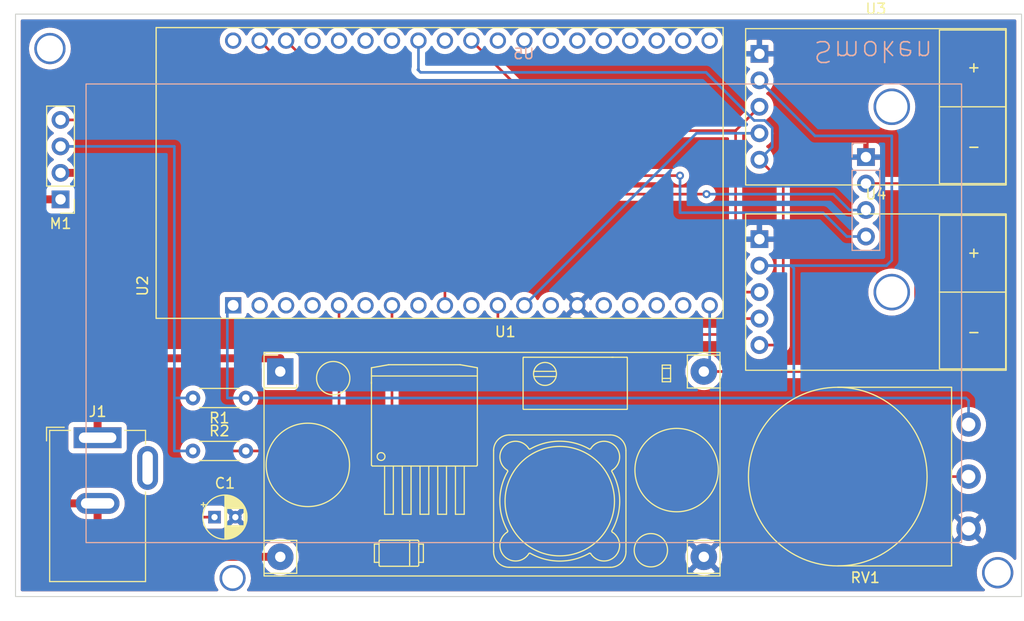
<source format=kicad_pcb>
(kicad_pcb (version 20211014) (generator pcbnew)
  (layers (0 "F.Cu" signal) (31 "B.Cu" signal) (34 "B.Paste" user) (35 "F.Paste" user) (36 "B.SilkS" user "B.Silkscreen") (37 "F.SilkS" user "F.Silkscreen") (38 "B.Mask" user) (39 "F.Mask" user) (44 "Edge.Cuts" user))
  (net 0 "")
  (net 1 "Net-(U2-Pad5)")
  (net 2 "GND")
  (net 3 "Net-(M1-Pad3)")
  (net 4 "Net-(U2-Pad9)")
  (net 5 "VCC")
  (net 6 "MAN")
  (net 13 "CS2")
  (net 14 "CS1")
  (net 25 "Net-(U2-Pad27)")
  (net 27 "Net-(U2-Pad29)")
  (net 37 "+5V")
  (net 38 "Net-(U2-Pad22)")
  (net 39 "Net-(U2-Pad21)")
  (net 40 "Net-(M1-Pad2)")
  (net 41 "Net-(M1-Pad1)")
  (footprint "ESP32-DEVKITC-32D:MODULE_ESP32-DEVKITC-32D" (layer "F.Cu") (at 118.11 46.99 90)
    (fp_text reference "U2" (at -10.829175 -28.446045 90) (layer "F.SilkS") (effects (font (size 1.000386 1.000386))))
    (fp_text value "ESP32-DEVKITC-32D")
    (fp_line (start 13.95 27.25) (end -13.95 27.25) (layer "F.SilkS") (width 0.127))
    (fp_line (start 13.95 -27.15) (end 13.95 27.25) (layer "F.SilkS") (width 0.127))
    (fp_line (start -13.95 27.25) (end -13.95 -27.15) (layer "F.SilkS") (width 0.127))
    (fp_line (start -13.95 -27.15) (end 13.95 -27.15) (layer "F.SilkS") (width 0.127))
    (pad "1" thru_hole rect locked (at -12.7 -19.76 90) (size 1.56 1.56) (drill 1.04) (layers *.Cu *.Mask) (net 5 "VCC"))
    (pad "2" thru_hole circle locked (at -12.7 -17.22 90) (size 1.56 1.56) (drill 1.04) (layers *.Cu *.Mask))
    (pad "3" thru_hole circle locked (at -12.7 -14.68 90) (size 1.56 1.56) (drill 1.04) (layers *.Cu *.Mask))
    (pad "4" thru_hole circle locked (at -12.7 -12.14 90) (size 1.56 1.56) (drill 1.04) (layers *.Cu *.Mask))
    (pad "5" thru_hole circle locked (at -12.7 -9.6 90) (size 1.56 1.56) (drill 1.04) (layers *.Cu *.Mask) (net 1 "Net-(U2-Pad5)"))
    (pad "6" thru_hole circle locked (at -12.7 -7.06 90) (size 1.56 1.56) (drill 1.04) (layers *.Cu *.Mask))
    (pad "7" thru_hole circle locked (at -12.7 -4.52 90) (size 1.56 1.56) (drill 1.04) (layers *.Cu *.Mask) (net 6 "MAN"))
    (pad "8" thru_hole circle locked (at -12.7 -1.98 90) (size 1.56 1.56) (drill 1.04) (layers *.Cu *.Mask))
    (pad "9" thru_hole circle locked (at -12.7 0.56 90) (size 1.56 1.56) (drill 1.04) (layers *.Cu *.Mask) (net 4 "Net-(U2-Pad9)"))
    (pad "10" thru_hole circle locked (at -12.7 3.1 90) (size 1.56 1.56) (drill 1.04) (layers *.Cu *.Mask))
    (pad "11" thru_hole circle locked (at -12.7 5.64 90) (size 1.56 1.56) (drill 1.04) (layers *.Cu *.Mask) (net 13 "CS2"))
    (pad "12" thru_hole circle locked (at -12.7 8.18 90) (size 1.56 1.56) (drill 1.04) (layers *.Cu *.Mask) (net 14 "CS1"))
    (pad "13" thru_hole circle locked (at -12.7 10.72 90) (size 1.56 1.56) (drill 1.04) (layers *.Cu *.Mask))
    (pad "14" thru_hole circle locked (at -12.7 13.26 90) (size 1.56 1.56) (drill 1.04) (layers *.Cu *.Mask) (net 2 "GND"))
    (pad "15" thru_hole circle locked (at -12.7 15.8 90) (size 1.56 1.56) (drill 1.04) (layers *.Cu *.Mask))
    (pad "16" thru_hole circle locked (at -12.7 18.34 90) (size 1.56 1.56) (drill 1.04) (layers *.Cu *.Mask))
    (pad "17" thru_hole circle locked (at -12.7 20.88 90) (size 1.56 1.56) (drill 1.04) (layers *.Cu *.Mask))
    (pad "18" thru_hole circle locked (at -12.7 23.42 90) (size 1.56 1.56) (drill 1.04) (layers *.Cu *.Mask))
    (pad "19" thru_hole circle locked (at -12.7 25.96 90) (size 1.56 1.56) (drill 1.04) (layers *.Cu *.Mask) (net 37 "+5V"))
    (pad "20" thru_hole circle locked (at 12.7 -19.76 90) (size 1.56 1.56) (drill 1.04) (layers *.Cu *.Mask))
    (pad "21" thru_hole circle locked (at 12.7 -17.22 90) (size 1.56 1.56) (drill 1.04) (layers *.Cu *.Mask) (net 39 "Net-(U2-Pad21)"))
    (pad "22" thru_hole circle locked (at 12.7 -14.68 90) (size 1.56 1.56) (drill 1.04) (layers *.Cu *.Mask) (net 38 "Net-(U2-Pad22)"))
    (pad "23" thru_hole circle locked (at 12.7 -12.14 90) (size 1.56 1.56) (drill 1.04) (layers *.Cu *.Mask))
    (pad "24" thru_hole circle locked (at 12.7 -9.6 90) (size 1.56 1.56) (drill 1.04) (layers *.Cu *.Mask))
    (pad "25" thru_hole circle locked (at 12.7 -7.06 90) (size 1.56 1.56) (drill 1.04) (layers *.Cu *.Mask))
    (pad "26" thru_hole circle locked (at 12.7 -4.52 90) (size 1.56 1.56) (drill 1.04) (layers *.Cu *.Mask))
    (pad "27" thru_hole circle locked (at 12.7 -1.98 90) (size 1.56 1.56) (drill 1.04) (layers *.Cu *.Mask) (net 25 "Net-(U2-Pad27)"))
    (pad "28" thru_hole circle locked (at 12.7 0.56 90) (size 1.56 1.56) (drill 1.04) (layers *.Cu *.Mask))
    (pad "29" thru_hole circle locked (at 12.7 3.1 90) (size 1.56 1.56) (drill 1.04) (layers *.Cu *.Mask) (net 27 "Net-(U2-Pad29)"))
    (pad "30" thru_hole circle locked (at 12.7 5.64 90) (size 1.56 1.56) (drill 1.04) (layers *.Cu *.Mask))
    (pad "31" thru_hole circle locked (at 12.7 8.18 90) (size 1.56 1.56) (drill 1.04) (layers *.Cu *.Mask))
    (pad "32" thru_hole circle locked (at 12.7 10.72 90) (size 1.56 1.56) (drill 1.04) (layers *.Cu *.Mask))
    (pad "33" thru_hole circle locked (at 12.7 13.26 90) (size 1.56 1.56) (drill 1.04) (layers *.Cu *.Mask))
    (pad "34" thru_hole circle locked (at 12.7 15.8 90) (size 1.56 1.56) (drill 1.04) (layers *.Cu *.Mask))
    (pad "35" thru_hole circle locked (at 12.7 18.34 90) (size 1.56 1.56) (drill 1.04) (layers *.Cu *.Mask))
    (pad "36" thru_hole circle locked (at 12.7 20.88 90) (size 1.56 1.56) (drill 1.04) (layers *.Cu *.Mask))
    (pad "37" thru_hole circle locked (at 12.7 23.42 90) (size 1.56 1.56) (drill 1.04) (layers *.Cu *.Mask))
    (pad "38" thru_hole circle locked (at 12.7 25.96 90) (size 1.56 1.56) (drill 1.04) (layers *.Cu *.Mask))
  )
  (footprint "Resistor_THT:R_Axial_DIN0204_L3.6mm_D1.6mm_P5.08mm_Horizontal" (layer "F.Cu") (at 99.568 68.58 180)
    (fp_text reference "R1" (at 2.54 -1.92) (layer "F.SilkS"))
    (fp_text value "10k")
    (fp_line (start 0.62 -0.92) (end 4.46 -0.92) (layer "F.SilkS") (width 0.12))
    (fp_line (start 0.62 0.92) (end 4.46 0.92) (layer "F.SilkS") (width 0.12))
    (pad "1" thru_hole circle (at 0 0 180) (size 1.4 1.4) (drill 0.7) (layers *.Cu *.Mask) (net 5 "VCC"))
    (pad "2" thru_hole oval (at 5.08 0 180) (size 1.4 1.4) (drill 0.7) (layers *.Cu *.Mask) (net 3 "Net-(M1-Pad3)"))
  )
  (footprint "Resistor_THT:R_Axial_DIN0204_L3.6mm_D1.6mm_P5.08mm_Horizontal" (layer "F.Cu") (at 94.488 73.66)
    (fp_text reference "R2" (at 2.54 -1.92) (layer "F.SilkS"))
    (fp_text value "3.3k")
    (fp_line (start 0.62 0.92) (end 4.46 0.92) (layer "F.SilkS") (width 0.12))
    (fp_line (start 0.62 -0.92) (end 4.46 -0.92) (layer "F.SilkS") (width 0.12))
    (pad "1" thru_hole circle (at 0 0) (size 1.4 1.4) (drill 0.7) (layers *.Cu *.Mask) (net 3 "Net-(M1-Pad3)"))
    (pad "2" thru_hole oval (at 5.08 0) (size 1.4 1.4) (drill 0.7) (layers *.Cu *.Mask) (net 1 "Net-(U2-Pad5)"))
  )
  (footprint "Capacitor_THT:CP_Radial_D4.0mm_P2.00mm" (layer "F.Cu") (at 96.563401 80.01)
    (fp_text reference "C1" (at 1 -3.25) (layer "F.SilkS"))
    (fp_text value "0.1nF")
    (fp_line (start 2.641 -1.304) (end 2.641 -0.84) (layer "F.SilkS") (width 0.12))
    (fp_line (start 2.121 -1.76) (end 2.121 -0.84) (layer "F.SilkS") (width 0.12))
    (fp_line (start 2.601 0.84) (end 2.601 1.351) (layer "F.SilkS") (width 0.12))
    (fp_line (start 1.4 -2.042) (end 1.4 -0.84) (layer "F.SilkS") (width 0.12))
    (fp_line (start -1.069801 -1.395) (end -1.069801 -0.995) (layer "F.SilkS") (width 0.12))
    (fp_line (start 2.281 0.84) (end 2.281 1.65) (layer "F.SilkS") (width 0.12))
    (fp_line (start 2.481 0.84) (end 2.481 1.478) (layer "F.SilkS") (width 0.12))
    (fp_line (start 1.801 0.84) (end 1.801 1.924) (layer "F.SilkS") (width 0.12))
    (fp_line (start 1.08 -2.079) (end 1.08 2.079) (layer "F.SilkS") (width 0.12))
    (fp_line (start 1.44 -2.034) (end 1.44 -0.84) (layer "F.SilkS") (width 0.12))
    (fp_line (start 1.64 0.84) (end 1.64 1.982) (layer "F.SilkS") (width 0.12))
    (fp_line (start 1.28 -2.062) (end 1.28 -0.84) (layer "F.SilkS") (width 0.12))
    (fp_line (start 2.961 -0.768) (end 2.961 0.768) (layer "F.SilkS") (width 0.12))
    (fp_line (start 3.081 -0.37) (end 3.081 0.37) (layer "F.SilkS") (width 0.12))
    (fp_line (start 1.841 0.84) (end 1.841 1.907) (layer "F.SilkS") (width 0.12))
    (fp_line (start 1.24 -2.067) (end 1.24 -0.84) (layer "F.SilkS") (width 0.12))
    (fp_line (start 2.521 -1.438) (end 2.521 -0.84) (layer "F.SilkS") (width 0.12))
    (fp_line (start 2.921 -0.859) (end 2.921 0.859) (layer "F.SilkS") (width 0.12))
    (fp_line (start 2.721 0.84) (end 2.721 1.2) (layer "F.SilkS") (width 0.12))
    (fp_line (start 1.4 0.84) (end 1.4 2.042) (layer "F.SilkS") (width 0.12))
    (fp_line (start 1 -2.08) (end 1 2.08) (layer "F.SilkS") (width 0.12))
    (fp_line (start 2.041 -1.808) (end 2.041 -0.84) (layer "F.SilkS") (width 0.12))
    (fp_line (start 2.241 -1.68) (end 2.241 -0.84) (layer "F.SilkS") (width 0.12))
    (fp_line (start 1.921 -1.87) (end 1.921 -0.84) (layer "F.SilkS") (width 0.12))
    (fp_line (start 2.081 0.84) (end 2.081 1.785) (layer "F.SilkS") (width 0.12))
    (fp_line (start 1.761 0.84) (end 1.761 1.94) (layer "F.SilkS") (width 0.12))
    (fp_line (start 1.921 0.84) (end 1.921 1.87) (layer "F.SilkS") (width 0.12))
    (fp_line (start 2.161 0.84) (end 2.161 1.735) (layer "F.SilkS") (width 0.12))
    (fp_line (start 2.601 -1.351) (end 2.601 -0.84) (layer "F.SilkS") (width 0.12))
    (fp_line (start 2.721 -1.2) (end 2.721 -0.84) (layer "F.SilkS") (width 0.12))
    (fp_line (start 1.36 0.84) (end 1.36 2.05) (layer "F.SilkS") (width 0.12))
    (fp_line (start 1.44 0.84) (end 1.44 2.034) (layer "F.SilkS") (width 0.12))
    (fp_line (start 1.52 0.84) (end 1.52 2.016) (layer "F.SilkS") (width 0.12))
    (fp_line (start 1.56 0.84) (end 1.56 2.005) (layer "F.SilkS") (width 0.12))
    (fp_line (start 2.801 -1.08) (end 2.801 -0.84) (layer "F.SilkS") (width 0.12))
    (fp_line (start 1.961 0.84) (end 1.961 1.851) (layer "F.SilkS") (width 0.12))
    (fp_line (start 2.441 0.84) (end 2.441 1.516) (layer "F.SilkS") (width 0.12))
    (fp_line (start 2.401 0.84) (end 2.401 1.552) (layer "F.SilkS") (width 0.12))
    (fp_line (start 2.161 -1.735) (end 2.161 -0.84) (layer "F.SilkS") (width 0.12))
    (fp_line (start 2.681 -1.254) (end 2.681 -0.84) (layer "F.SilkS") (width 0.12))
    (fp_line (start 2.361 0.84) (end 2.361 1.587) (layer "F.SilkS") (width 0.12))
    (fp_line (start 2.001 0.84) (end 2.001 1.83) (layer "F.SilkS") (width 0.12))
    (fp_line (start 2.561 -1.396) (end 2.561 -0.84) (layer "F.SilkS") (width 0.12))
    (fp_line (start 1.881 0.84) (end 1.881 1.889) (layer "F.SilkS") (width 0.12))
    (fp_line (start 1.2 0.84) (end 1.2 2.071) (layer "F.SilkS") (width 0.12))
    (fp_line (start 2.201 0.84) (end 2.201 1.708) (layer "F.SilkS") (width 0.12))
    (fp_line (start 1.801 -1.924) (end 1.801 -0.84) (layer "F.SilkS") (width 0.12))
    (fp_line (start 1.28 0.84) (end 1.28 2.062) (layer "F.SilkS") (width 0.12))
    (fp_line (start 1.881 -1.889) (end 1.881 -0.84) (layer "F.SilkS") (width 0.12))
    (fp_line (start 2.641 0.84) (end 2.641 1.304) (layer "F.SilkS") (width 0.12))
    (fp_line (start 1.48 0.84) (end 1.48 2.025) (layer "F.SilkS") (width 0.12))
    (fp_line (start 2.041 0.84) (end 2.041 1.808) (layer "F.SilkS") (width 0.12))
    (fp_line (start 2.001 -1.83) (end 2.001 -0.84) (layer "F.SilkS") (width 0.12))
    (fp_line (start 1.721 0.84) (end 1.721 1.954) (layer "F.SilkS") (width 0.12))
    (fp_line (start 2.481 -1.478) (end 2.481 -0.84) (layer "F.SilkS") (width 0.12))
    (fp_line (start 2.321 0.84) (end 2.321 1.619) (layer "F.SilkS") (width 0.12))
    (fp_line (start 2.121 0.84) (end 2.121 1.76) (layer "F.SilkS") (width 0.12))
    (fp_line (start 2.761 -1.142) (end 2.761 -0.84) (layer "F.SilkS") (width 0.12))
    (fp_line (start 2.201 -1.708) (end 2.201 -0.84) (layer "F.SilkS") (width 0.12))
    (fp_line (start -1.269801 -1.195) (end -0.869801 -1.195) (layer "F.SilkS") (width 0.12))
    (fp_line (start 1.32 -2.056) (end 1.32 -0.84) (layer "F.SilkS") (width 0.12))
    (fp_line (start 1.961 -1.851) (end 1.961 -0.84) (layer "F.SilkS") (width 0.12))
    (fp_line (start 1.721 -1.954) (end 1.721 -0.84) (layer "F.SilkS") (width 0.12))
    (fp_line (start 1.04 -2.08) (end 1.04 2.08) (layer "F.SilkS") (width 0.12))
    (fp_line (start 1.56 -2.005) (end 1.56 -0.84) (layer "F.SilkS") (width 0.12))
    (fp_line (start 1.68 0.84) (end 1.68 1.968) (layer "F.SilkS") (width 0.12))
    (fp_line (start 3.001 -0.664) (end 3.001 0.664) (layer "F.SilkS") (width 0.12))
    (fp_line (start 1.2 -2.071) (end 1.2 -0.84) (layer "F.SilkS") (width 0.12))
    (fp_line (start 1.64 -1.982) (end 1.64 -0.84) (layer "F.SilkS") (width 0.12))
    (fp_line (start 2.521 0.84) (end 2.521 1.438) (layer "F.SilkS") (width 0.12))
    (fp_line (start 3.041 -0.537) (end 3.041 0.537) (layer "F.SilkS") (width 0.12))
    (fp_line (start 2.801 0.84) (end 2.801 1.08) (layer "F.SilkS") (width 0.12))
    (fp_line (start 2.361 -1.587) (end 2.361 -0.84) (layer "F.SilkS") (width 0.12))
    (fp_line (start 2.321 -1.619) (end 2.321 -0.84) (layer "F.SilkS") (width 0.12))
    (fp_line (start 1.68 -1.968) (end 1.68 -0.84) (layer "F.SilkS") (width 0.12))
    (fp_line (start 2.761 0.84) (end 2.761 1.142) (layer "F.SilkS") (width 0.12))
    (fp_line (start 2.561 0.84) (end 2.561 1.396) (layer "F.SilkS") (width 0.12))
    (fp_line (start 2.841 -1.013) (end 2.841 1.013) (layer "F.SilkS") (width 0.12))
    (fp_line (start 2.441 -1.516) (end 2.441 -0.84) (layer "F.SilkS") (width 0.12))
    (fp_line (start 1.841 -1.907) (end 1.841 -0.84) (layer "F.SilkS") (width 0.12))
    (fp_line (start 2.881 -0.94) (end 2.881 0.94) (layer "F.SilkS") (width 0.12))
    (fp_line (start 2.081 -1.785) (end 2.081 -0.84) (layer "F.SilkS") (width 0.12))
    (fp_line (start 1.6 -1.994) (end 1.6 -0.84) (layer "F.SilkS") (width 0.12))
    (fp_line (start 2.401 -1.552) (end 2.401 -0.84) (layer "F.SilkS") (width 0.12))
    (fp_line (start 1.12 -2.077) (end 1.12 2.077) (layer "F.SilkS") (width 0.12))
    (fp_line (start 2.281 -1.65) (end 2.281 -0.84) (layer "F.SilkS") (width 0.12))
    (fp_line (start 1.24 0.84) (end 1.24 2.067) (layer "F.SilkS") (width 0.12))
    (fp_line (start 1.48 -2.025) (end 1.48 -0.84) (layer "F.SilkS") (width 0.12))
    (fp_line (start 1.32 0.84) (end 1.32 2.056) (layer "F.SilkS") (width 0.12))
    (fp_line (start 1.52 -2.016) (end 1.52 -0.84) (layer "F.SilkS") (width 0.12))
    (fp_line (start 2.241 0.84) (end 2.241 1.68) (layer "F.SilkS") (width 0.12))
    (fp_line (start 1.16 -2.074) (end 1.16 2.074) (layer "F.SilkS") (width 0.12))
    (fp_line (start 1.761 -1.94) (end 1.761 -0.84) (layer "F.SilkS") (width 0.12))
    (fp_line (start 1.36 -2.05) (end 1.36 -0.84) (layer "F.SilkS") (width 0.12))
    (fp_line (start 1.6 0.84) (end 1.6 1.994) (layer "F.SilkS") (width 0.12))
    (fp_line (start 2.681 0.84) (end 2.681 1.254) (layer "F.SilkS") (width 0.12))
    (fp_circle (center 1 0) (end 3.12 0) (layer "F.SilkS") (width 0.12) (fill none))
    (pad "1" thru_hole rect (at 0 0) (size 1.2 1.2) (drill 0.6) (layers *.Cu *.Mask) (net 1 "Net-(U2-Pad5)"))
    (pad "2" thru_hole circle (at 2 0) (size 1.2 1.2) (drill 0.6) (layers *.Cu *.Mask) (net 2 "GND"))
  )
  (footprint "smoken:max6675_breakout" (layer "F.Cu") (at 160.02 58.42)
    (fp_text reference "U4" (at 0 -9.398 unlocked) (layer "F.SilkS"))
    (fp_text value "max6675_breakout")
    (fp_text user "+" (at 9.398 -3.81 unlocked) (layer "F.SilkS"))
    (fp_text user "-" (at 9.398 3.81 unlocked) (layer "F.SilkS"))
    (fp_line (start 6.096 0) (end 12.446 0) (layer "F.SilkS") (width 0.12))
    (fp_rect (start 6.096 -7.366) (end 12.446 7.366) (layer "F.SilkS") (width 0.12) (fill none))
    (fp_rect (start -12.5 -7.5) (end 12.5 7.5) (layer "F.SilkS") (width 0.12) (fill none))
    (pad "1" thru_hole rect (at -11.176 -5.08) (size 1.7 1.7) (drill 1) (layers *.Cu *.Mask) (net 2 "GND"))
    (pad "2" thru_hole oval (at -11.176 -2.54) (size 1.7 1.7) (drill 1) (layers *.Cu *.Mask) (net 5 "VCC"))
    (pad "3" thru_hole oval (at -11.176 0) (size 1.7 1.7) (drill 1) (layers *.Cu *.Mask) (net 27 "Net-(U2-Pad29)"))
    (pad "4" thru_hole oval (at -11.176 2.54) (size 1.7 1.7) (drill 1) (layers *.Cu *.Mask) (net 13 "CS2"))
    (pad "5" thru_hole oval (at -11.176 5.08) (size 1.7 1.7) (drill 1) (layers *.Cu *.Mask) (net 25 "Net-(U2-Pad27)"))
    (pad "6" thru_hole circle (at 1.524 0) (size 3.5 3.5) (drill 3) (layers *.Cu *.Mask))
  )
  (footprint "KiCad:YAAJ_DCDC_StepDown_LM2596" (layer "F.Cu") (at 102.87 66.04)
    (fp_text reference "U1" (at 21.59 -3.81) (layer "F.SilkS"))
    (fp_text value "StepDown_LM2596")
    (fp_line (start 26.439014 -0.017705) (end 24.360553 -0.017705) (layer "F.SilkS") (width 0.12))
    (fp_line (start 24.348594 0.007294) (end 24.324147 0.002062) (layer "F.SilkS") (width 0.12))
    (fp_line (start 8.750233 -0.36239) (end 10.400233 -0.653329) (layer "F.SilkS") (width 0.12))
    (fp_line (start 13.281636 16.283217) (end 13.281636 18.583217) (layer "F.SilkS") (width 0.12))
    (fp_line (start 13.282636 16.794696) (end 13.282636 16.700144) (layer "F.SilkS") (width 0.12))
    (fp_line (start 9.031636 16.558217) (end 9.481636 16.558217) (layer "F.SilkS") (width 0.12))
    (fp_line (start 10.010233 13.69667) (end 10.010233 9.06667) (layer "F.SilkS") (width 0.12))
    (fp_line (start -1.55 1.575) (end 1.58 1.58) (layer "F.SilkS") (width 0.12))
    (fp_line (start 39.06 1.58) (end 39.06 -1.58) (layer "F.SilkS") (width 0.12))
    (fp_line (start 33.167397 17.285796) (end 33.167397 7.585796) (layer "F.SilkS") (width 0.12))
    (fp_line (start -1.555 19.615) (end 42.195 19.615) (layer "F.SilkS") (width 0.12))
    (fp_line (start 24.348594 0.007294) (end 24.355764 -0.023925) (layer "F.SilkS") (width 0.12))
    (fp_line (start 31.858978 -1.368705) (end 31.814106 -1.368705) (layer "F.SilkS") (width 0.12))
    (fp_line (start 39.06 19.36) (end 42.175 19.36) (layer "F.SilkS") (width 0.12))
    (fp_line (start 42.195 -1.835) (end -1.555 -1.835) (layer "F.SilkS") (width 0.12))
    (fp_line (start 13.281636 16.558217) (end 13.731636 16.558217) (layer "F.SilkS") (width 0.12))
    (fp_line (start 16.810233 13.69667) (end 16.810233 9.06667) (layer "F.SilkS") (width 0.12))
    (fp_line (start 10.850233 13.69667) (end 10.850233 9.06667) (layer "F.SilkS") (width 0.12))
    (fp_line (start 14.250233 13.69667) (end 14.250233 9.06667) (layer "F.SilkS") (width 0.12))
    (fp_line (start 33.299783 -1.317705) (end 33.299783 3.582294) (layer "F.SilkS") (width 0.12))
    (fp_line (start 8.750233 8.989106) (end 8.827797 9.06667) (layer "F.SilkS") (width 0.12))
    (fp_line (start 13.410233 13.69667) (end 14.250233 13.69667) (layer "F.SilkS") (width 0.12))
    (fp_line (start 36.648681 0.980295) (end 36.648681 -0.619704) (layer "F.SilkS") (width 0.12))
    (fp_line (start 9.481636 18.583217) (end 9.481636 16.283217) (layer "F.SilkS") (width 0.12))
    (fp_line (start 8.750233 8.989106) (end 8.750233 -0.36239) (layer "F.SilkS") (width 0.12))
    (fp_line (start 8.827797 9.06667) (end 18.83267 9.06667) (layer "F.SilkS") (width 0.12))
    (fp_line (start 9.481636 18.308217) (end 9.031636 18.308217) (layer "F.SilkS") (width 0.12))
    (fp_line (start 1.58 16.2) (end 1.58 19.36) (layer "F.SilkS") (width 0.12))
    (fp_line (start 13.731636 16.558217) (end 13.731636 18.308217) (layer "F.SilkS") (width 0.12))
    (fp_line (start 20.467397 7.585796) (end 20.467397 17.285796) (layer "F.SilkS") (width 0.12))
    (fp_line (start -1.55 -1.58) (end -0.25 -1.58) (layer "F.SilkS") (width 0.12))
    (fp_line (start 37.448681 -0.619704) (end 36.648681 -0.619704) (layer "F.SilkS") (width 0.12))
    (fp_line (start 37.448681 0.980295) (end 36.648681 0.980295) (layer "F.SilkS") (width 0.12))
    (fp_line (start 11.710233 13.69667) (end 12.550233 13.69667) (layer "F.SilkS") (width 0.12))
    (fp_line (start 16.810233 13.69667) (end 17.650233 13.69667) (layer "F.SilkS") (width 0.12))
    (fp_line (start 39.06 1.58) (end 42.22 1.58) (layer "F.SilkS") (width 0.12))
    (fp_line (start 10.010233 13.69667) (end 10.850233 13.69667) (layer "F.SilkS") (width 0.12))
    (fp_line (start 37.448681 0.660295) (end 36.648681 0.660295) (layer "F.SilkS") (width 0.12))
    (fp_line (start 24.360553 0.482294) (end 26.439014 0.482294) (layer "F.SilkS") (width 0.12))
    (fp_line (start 36.648681 -0.299704) (end 37.448681 -0.299704) (layer "F.SilkS") (width 0.12))
    (fp_line (start 18.910233 8.989106) (end 18.910233 -0.36239) (layer "F.SilkS") (width 0.12))
    (fp_line (start 15.950233 13.69667) (end 15.950233 9.06667) (layer "F.SilkS") (width 0.12))
    (fp_line (start 17.650233 13.69667) (end 17.650233 9.06667) (layer "F.SilkS") (width 0.12))
    (fp_line (start 18.910233 0.42667) (end 8.750233 0.42667) (layer "F.SilkS") (width 0.12))
    (fp_line (start 12.550233 13.69667) (end 12.550233 9.06667) (layer "F.SilkS") (width 0.12))
    (fp_line (start 37.448681 -0.619704) (end 37.448681 0.980295) (layer "F.SilkS") (width 0.12))
    (fp_line (start 31.667397 6.085796) (end 21.967397 6.085796) (layer "F.SilkS") (width 0.12))
    (fp_line (start 24.348594 0.007294) (end 24.360553 -0.017705) (layer "F.SilkS") (width 0.12))
    (fp_line (start 9.581636 16.183217) (end 13.181636 16.183217) (layer "F.SilkS") (width 0.12))
    (fp_line (start 23.349783 -1.367705) (end 33.249783 -1.367705) (layer "F.SilkS") (width 0.12))
    (fp_line (start 18.83267 9.06667) (end 18.910233 8.989106) (layer "F.SilkS") (width 0.12))
    (fp_line (start 1.58 1.27) (end 1.58 1.58) (layer "F.SilkS") (width 0.12))
    (fp_line (start 10.400233 -0.653329) (end 17.260233 -0.653329) (layer "F.SilkS") (width 0.12))
    (fp_line (start 15.110233 13.69667) (end 15.950233 13.69667) (layer "F.SilkS") (width 0.12))
    (fp_line (start 17.260233 -0.653329) (end 18.910233 -0.36239) (layer "F.SilkS") (width 0.12))
    (fp_line (start 12.411358 16.283217) (end 12.411358 18.583217) (layer "F.SilkS") (width 0.12))
    (fp_line (start 13.410233 13.69667) (end 13.410233 9.06667) (layer "F.SilkS") (width 0.12))
    (fp_line (start 8.749233 1.004149) (end 8.749233 1.165687) (layer "F.SilkS") (width 0.12))
    (fp_line (start 15.110233 13.69667) (end 15.110233 9.06667) (layer "F.SilkS") (width 0.12))
    (fp_line (start 13.181636 18.683217) (end 9.581636 18.683217) (layer "F.SilkS") (width 0.12))
    (fp_line (start 23.299783 3.582294) (end 23.299783 -1.317705) (layer "F.SilkS") (width 0.12))
    (fp_line (start 13.731636 18.308217) (end 13.281636 18.308217) (layer "F.SilkS") (width 0.12))
    (fp_line (start 42.195 19.615) (end 42.195 -1.835) (layer "F.SilkS") (width 0.12))
    (fp_line (start 39.06 19.36) (end 39.06 16.2) (layer "F.SilkS") (width 0.12))
    (fp_line (start -1.55 19.36) (end 1.58 19.36) (layer "F.SilkS") (width 0.12))
    (fp_line (start 39.06 16.2) (end 42.175 16.2) (layer "F.SilkS") (width 0.12))
    (fp_line (start -1.55 16.2) (end 1.58 16.2) (layer "F.SilkS") (width 0.12))
    (fp_line (start 31.942312 -1.368705) (end 31.908357 -1.368705) (layer "F.SilkS") (width 0.12))
    (fp_line (start 24.336385 -0.0491) (end 24.360553 -0.017705) (layer "F.SilkS") (width 0.12))
    (fp_line (start 39.06 -1.58) (end 42.175 -1.58) (layer "F.SilkS") (width 0.12))
    (fp_line (start 9.031636 18.308217) (end 9.031636 16.558217) (layer "F.SilkS") (width 0.12))
    (fp_line (start 11.710233 13.69667) (end 11.710233 9.06667) (layer "F.SilkS") (width 0.12))
    (fp_line (start 33.249783 3.632294) (end 23.349783 3.632294) (layer "F.SilkS") (width 0.12))
    (fp_line (start 21.967397 18.785796) (end 31.667397 18.785796) (layer "F.SilkS") (width 0.12))
    (fp_line (start -1.555 -1.835) (end -1.555 19.615) (layer "F.SilkS") (width 0.12))
    (fp_arc (start 9.581636 18.683217) (mid 9.510925 18.653928) (end 9.481636 18.583217) (layer "F.SilkS") (width 0.12))
    (fp_arc (start 23.299783 -1.317705) (mid 23.314428 -1.35306) (end 23.349783 -1.367705) (layer "F.SilkS") (width 0.12))
    (fp_arc (start 31.853662 15.405582) (mid 32.120698 17.739097) (end 29.787183 17.472062) (layer "F.SilkS") (width 0.12))
    (fp_arc (start 31.853663 15.405583) (mid 31.809649 15.345348) (end 31.819576 15.27141) (layer "F.SilkS") (width 0.12))
    (fp_arc (start 29.787183 7.399531) (mid 32.120699 7.132496) (end 31.853662 9.466011) (layer "F.SilkS") (width 0.12))
    (fp_arc (start 21.781132 9.466011) (mid 21.514096 7.132496) (end 23.847611 7.399531) (layer "F.SilkS") (width 0.12))
    (fp_arc (start 24.324148 0.462527) (mid 26.469605 -0.023594) (end 24.336385 0.51369) (layer "F.SilkS") (width 0.12))
    (fp_arc (start 20.467397 7.585796) (mid 20.906737 6.525136) (end 21.967397 6.085796) (layer "F.SilkS") (width 0.12))
    (fp_arc (start 31.819576 9.600183) (mid 32.567397 12.435796) (end 31.819576 15.27141) (layer "F.SilkS") (width 0.12))
    (fp_arc (start 31.667397 6.085796) (mid 32.728057 6.525136) (end 33.167397 7.585796) (layer "F.SilkS") (width 0.12))
    (fp_arc (start 33.299783 3.582294) (mid 33.285138 3.617649) (end 33.249783 3.632294) (layer "F.SilkS") (width 0.12))
    (fp_arc (start 21.967397 18.785796) (mid 20.906737 18.346456) (end 20.467397 17.285796) (layer "F.SilkS") (width 0.12))
    (fp_arc (start 13.181636 16.183217) (mid 13.252347 16.212506) (end 13.281636 16.283217) (layer "F.SilkS") (width 0.12))
    (fp_arc (start 29.653011 17.437976) (mid 29.726949 17.428049) (end 29.787183 17.472062) (layer "F.SilkS") (width 0.12))
    (fp_arc (start 29.787183 7.399531) (mid 29.726949 7.443544) (end 29.653011 7.433617) (layer "F.SilkS") (width 0.12))
    (fp_arc (start 33.249783 -1.367705) (mid 33.285138 -1.35306) (end 33.299783 -1.317705) (layer "F.SilkS") (width 0.12))
    (fp_arc (start 23.981784 7.433617) (mid 26.817397 6.685796) (end 29.653011 7.433617) (layer "F.SilkS") (width 0.12))
    (fp_arc (start 29.653011 17.437976) (mid 26.817397 18.185797) (end 23.981783 17.437976) (layer "F.SilkS") (width 0.12))
    (fp_arc (start 31.819577 9.600184) (mid 31.809649 9.526246) (end 31.853662 9.466011) (layer "F.SilkS") (width 0.12))
    (fp_arc (start 21.815217 15.271409) (mid 21.825145 15.345347) (end 21.781132 15.405582) (layer "F.SilkS") (width 0.12))
    (fp_arc (start 33.167397 17.285796) (mid 32.728057 18.346456) (end 31.667397 18.785796) (layer "F.SilkS") (width 0.12))
    (fp_arc (start 21.815218 15.27141) (mid 21.067397 12.435796) (end 21.815218 9.600183) (layer "F.SilkS") (width 0.12))
    (fp_arc (start 9.481636 16.283217) (mid 9.510925 16.212506) (end 9.581636 16.183217) (layer "F.SilkS") (width 0.12))
    (fp_arc (start 23.847611 17.472062) (mid 21.514095 17.739097) (end 21.781132 15.405582) (layer "F.SilkS") (width 0.12))
    (fp_arc (start 13.281636 18.583217) (mid 13.252347 18.653928) (end 13.181636 18.683217) (layer "F.SilkS") (width 0.12))
    (fp_arc (start 21.781131 9.46601) (mid 21.825145 9.526245) (end 21.815218 9.600183) (layer "F.SilkS") (width 0.12))
    (fp_arc (start 23.847611 17.472062) (mid 23.907845 17.428049) (end 23.981783 17.437976) (layer "F.SilkS") (width 0.12))
    (fp_arc (start 23.981783 7.433617) (mid 23.907845 7.443544) (end 23.847611 7.399531) (layer "F.SilkS") (width 0.12))
    (fp_arc (start 23.349783 3.632294) (mid 23.314428 3.617649) (end 23.299783 3.582294) (layer "F.SilkS") (width 0.12))
    (fp_circle (center 5.08 0.635) (end 6.678999 0.635) (layer "F.SilkS") (width 0.12) (fill none))
    (fp_circle (center 38.029307 9.455206) (end 42.029307 9.455206) (layer "F.SilkS") (width 0.12) (fill none))
    (fp_circle (center 9.673179 8.154594) (end 10.048179 8.154594) (layer "F.SilkS") (width 0.12) (fill none))
    (fp_circle (center 2.646666 8.957418) (end 6.646666 8.957418) (layer "F.SilkS") (width 0.12) (fill none))
    (fp_circle (center 35.56 17.145) (end 37.159 17.145) (layer "F.SilkS") (width 0.12) (fill none))
    (fp_circle (center 26.817397 12.435796) (end 32.067397 12.435796) (layer "F.SilkS") (width 0.12) (fill none))
    (pad "1" thru_hole rect locked (at 0 0) (size 2.54 2.54) (drill 1) (layers *.Cu *.Mask) (net 40 "Net-(M1-Pad2)"))
    (pad "2" thru_hole circle locked (at 0 17.78) (size 2.54 2.54) (drill 1) (layers *.Cu *.Mask) (net 41 "Net-(M1-Pad1)"))
    (pad "3" thru_hole circle locked (at 40.64 17.78) (size 2.54 2.54) (drill 1) (layers *.Cu *.Mask) (net 2 "GND"))
    (pad "4" thru_hole circle locked (at 40.64 0) (size 2.54 2.54) (drill 1) (layers *.Cu *.Mask) (net 37 "+5V"))
  )
  (footprint "Connector_BarrelJack:BarrelJack_GCT_DCJ200-10-A_Horizontal" (layer "F.Cu") (at 85.344 72.39)
    (fp_text reference "J1" (at 0 -2.5) (layer "F.SilkS"))
    (fp_text value "Barrel_Jack_MountingPin")
    (fp_line (start 4.6 5.2) (end 4.6 13.8) (layer "F.SilkS") (width 0.12))
    (fp_line (start -4.6 13.8) (end -4.6 -0.7) (layer "F.SilkS") (width 0.12))
    (fp_line (start -3.2 -1) (end -4.9 -1) (layer "F.SilkS") (width 0.12))
    (fp_line (start 4.6 -0.7) (end 4.6 0.6) (layer "F.SilkS") (width 0.12))
    (fp_line (start -4.6 -0.7) (end -2.6 -0.7) (layer "F.SilkS") (width 0.12))
    (fp_line (start -4.9 -1) (end -4.9 0.3) (layer "F.SilkS") (width 0.12))
    (fp_line (start 2.6 -0.7) (end 4.6 -0.7) (layer "F.SilkS") (width 0.12))
    (fp_line (start 4.6 13.8) (end -4.6 13.8) (layer "F.SilkS") (width 0.12))
    (pad "1" thru_hole rect (at 0 0) (size 4.6 2) (drill oval 3.6 1) (layers *.Cu *.Mask) (net 40 "Net-(M1-Pad2)"))
    (pad "2" thru_hole oval (at 0 6.3) (size 4.2 2) (drill oval 3.2 1) (layers *.Cu *.Mask) (net 41 "Net-(M1-Pad1)"))
    (pad "3" thru_hole oval (at 4.8 2.9) (size 2 4.2) (drill oval 1 3.2) (layers *.Cu *.Mask))
  )
  (footprint "Connector_PinHeader_2.54mm:PinHeader_1x04_P2.54mm_Vertical" (layer "F.Cu") (at 81.788 49.52 180)
    (fp_text reference "M1" (at 0 -2.33) (layer "F.SilkS"))
    (fp_text value "Fan_4pin")
    (fp_line (start -1.33 8.95) (end 1.33 8.95) (layer "F.SilkS") (width 0.12))
    (fp_line (start 1.33 1.27) (end 1.33 8.95) (layer "F.SilkS") (width 0.12))
    (fp_line (start -1.33 -1.33) (end 0 -1.33) (layer "F.SilkS") (width 0.12))
    (fp_line (start -1.33 0) (end -1.33 -1.33) (layer "F.SilkS") (width 0.12))
    (fp_line (start -1.33 1.27) (end 1.33 1.27) (layer "F.SilkS") (width 0.12))
    (fp_line (start -1.33 1.27) (end -1.33 8.95) (layer "F.SilkS") (width 0.12))
    (pad "1" thru_hole rect (at 0 0 180) (size 1.7 1.7) (drill 1) (layers *.Cu *.Mask) (net 41 "Net-(M1-Pad1)"))
    (pad "2" thru_hole oval (at 0 2.54 180) (size 1.7 1.7) (drill 1) (layers *.Cu *.Mask) (net 40 "Net-(M1-Pad2)"))
    (pad "3" thru_hole oval (at 0 5.08 180) (size 1.7 1.7) (drill 1) (layers *.Cu *.Mask) (net 3 "Net-(M1-Pad3)"))
    (pad "4" thru_hole oval (at 0 7.62 180) (size 1.7 1.7) (drill 1) (layers *.Cu *.Mask) (net 4 "Net-(U2-Pad9)"))
  )
  (footprint "smoken:max6675_breakout" (layer "F.Cu") (at 160.02 40.64)
    (fp_text reference "U3" (at 0 -9.398 unlocked) (layer "F.SilkS"))
    (fp_text value "max6675_breakout")
    (fp_text user "-" (at 9.398 3.81 unlocked) (layer "F.SilkS"))
    (fp_text user "+" (at 9.398 -3.81 unlocked) (layer "F.SilkS"))
    (fp_line (start 6.096 0) (end 12.446 0) (layer "F.SilkS") (width 0.12))
    (fp_rect (start -12.5 -7.5) (end 12.5 7.5) (layer "F.SilkS") (width 0.12) (fill none))
    (fp_rect (start 6.096 -7.366) (end 12.446 7.366) (layer "F.SilkS") (width 0.12) (fill none))
    (pad "1" thru_hole rect (at -11.176 -5.08) (size 1.7 1.7) (drill 1) (layers *.Cu *.Mask) (net 2 "GND"))
    (pad "2" thru_hole oval (at -11.176 -2.54) (size 1.7 1.7) (drill 1) (layers *.Cu *.Mask) (net 5 "VCC"))
    (pad "3" thru_hole oval (at -11.176 0) (size 1.7 1.7) (drill 1) (layers *.Cu *.Mask) (net 27 "Net-(U2-Pad29)"))
    (pad "4" thru_hole oval (at -11.176 2.54) (size 1.7 1.7) (drill 1) (layers *.Cu *.Mask) (net 14 "CS1"))
    (pad "5" thru_hole oval (at -11.176 5.08) (size 1.7 1.7) (drill 1) (layers *.Cu *.Mask) (net 25 "Net-(U2-Pad27)"))
    (pad "6" thru_hole circle (at 1.524 0) (size 3.5 3.5) (drill 3) (layers *.Cu *.Mask))
  )
  (footprint "Potentiometer_THT:Potentiometer_Omeg_PC16BU_Vertical" (layer "F.Cu") (at 168.91 71.12 180)
    (fp_text reference "RV1" (at 9.915 -14.7) (layer "F.SilkS"))
    (fp_text value "R_Potentiometer")
    (fp_line (start 1.63 -13.57) (end 12.55 -13.57) (layer "F.SilkS") (width 0.12))
    (fp_line (start 1.63 3.57) (end 12.55 3.57) (layer "F.SilkS") (width 0.12))
    (fp_line (start 1.63 -13.57) (end 1.63 3.57) (layer "F.SilkS") (width 0.12))
    (fp_circle (center 12.55 -5) (end 21.12 -5) (layer "F.SilkS") (width 0.12) (fill none))
    (pad "1" thru_hole circle (at 0 0 180) (size 2.34 2.34) (drill 1.3) (layers *.Cu *.Mask) (net 5 "VCC"))
    (pad "2" thru_hole circle (at 0 -5 180) (size 2.34 2.34) (drill 1.3) (layers *.Cu *.Mask) (net 6 "MAN"))
    (pad "3" thru_hole circle (at 0 -10 180) (size 2.34 2.34) (drill 1.3) (layers *.Cu *.Mask) (net 2 "GND"))
  )
  (footprint "smoken:lcd1602_breakout" (layer "B.Cu") (at 126.238 60.452 180)
    (fp_text reference "U5" (at 0 24.892 unlocked) (layer "B.SilkS") (effects (justify mirror)))
    (fp_text value "PCF8574TS")
    (fp_line (start -31.496 16.316) (end -31.496 14.986) (layer "B.SilkS") (width 0.12))
    (fp_line (start -34.156 13.716) (end -34.156 6.036) (layer "B.SilkS") (width 0.12))
    (fp_line (start -31.496 13.716) (end -31.496 6.036) (layer "B.SilkS") (width 0.12))
    (fp_line (start -32.826 16.316) (end -31.496 16.316) (layer "B.SilkS") (width 0.12))
    (fp_line (start -34.156 6.036) (end -31.496 6.036) (layer "B.SilkS") (width 0.12))
    (fp_line (start -34.156 13.716) (end -31.496 13.716) (layer "B.SilkS") (width 0.12))
    (fp_rect (start -42 22) (end 42 -22) (layer "B.SilkS") (width 0.12) (fill none))
    (pad "2" thru_hole oval (at -32.826 7.366 180) (size 1.7 1.7) (drill 1) (layers *.Cu *.Mask) (net 38 "Net-(U2-Pad22)"))
    (pad "4" thru_hole oval (at -32.826 9.906 180) (size 1.7 1.7) (drill 1) (layers *.Cu *.Mask) (net 39 "Net-(U2-Pad21)"))
    (pad "5" thru_hole oval (at -32.826 12.446 180) (size 1.7 1.7) (drill 1) (layers *.Cu *.Mask) (net 37 "+5V"))
    (pad "15" thru_hole rect (at -32.826 14.986 180) (size 1.7 1.7) (drill 1) (layers *.Cu *.Mask) (net 2 "GND"))
  )
  (gr_rect (start 77.47 31.75) (end 173.99 87.63) (layer "Edge.Cuts") (width 0.1) (fill none))
  (gr_text "Smoken" (at 159.766 35.306 180) (layer "B.SilkS") (effects (font (size 2 2)) (justify mirror)))
  (via (at 98.298 85.852) (size 2.5) (drill 2) (layers "F.Cu" "B.Cu") (net 0))
  (via (at 80.772 35.052) (size 3) (drill 2.5) (layers "F.Cu" "B.Cu") (net 0))
  (via (at 171.704 85.344) (size 3) (drill 2.5) (layers "F.Cu" "B.Cu") (net 0))
  (segment (start 108.51 72.846) (end 108.51 59.69) (width 0.254) (layer "F.Cu") (net 1))
  (segment (start 97.79 76.2) (end 97.79 73.66) (width 0.254) (layer "F.Cu") (net 1))
  (segment (start 93.98 80.01) (end 93.98 76.2) (width 0.254) (layer "F.Cu") (net 1))
  (segment (start 96.563401 80.01) (end 93.98 80.01) (width 0.254) (layer "F.Cu") (net 1))
  (segment (start 108.458 73.66) (end 108.458 72.898) (width 0.254) (layer "F.Cu") (net 1))
  (segment (start 93.98 76.2) (end 97.79 76.2) (width 0.254) (layer "F.Cu") (net 1))
  (segment (start 108.458 72.898) (end 108.51 72.846) (width 0.254) (layer "F.Cu") (net 1))
  (segment (start 97.79 73.66) (end 108.458 73.66) (width 0.254) (layer "F.Cu") (net 1))
  (segment (start 131.37 59.638) (end 131.572 59.436) (width 0.254) (layer "F.Cu") (net 2))
  (segment (start 131.37 59.69) (end 131.37 59.638) (width 0.254) (layer "F.Cu") (net 2))
  (segment (start 131.572 59.436) (end 131.826 59.69) (width 0.254) (layer "F.Cu") (net 2))
  (segment (start 92.71 68.58) (end 94.488 68.58) (width 0.254) (layer "B.Cu") (net 3))
  (segment (start 81.788 44.44) (end 92.7 44.44) (width 0.254) (layer "B.Cu") (net 3))
  (segment (start 92.7 44.44) (end 92.71 44.45) (width 0.254) (layer "B.Cu") (net 3))
  (segment (start 92.71 68.58) (end 92.71 44.45) (width 0.254) (layer "B.Cu") (net 3))
  (segment (start 92.71 73.66) (end 94.488 73.66) (width 0.254) (layer "B.Cu") (net 3))
  (segment (start 92.71 68.58) (end 92.71 73.66) (width 0.254) (layer "B.Cu") (net 3))
  (segment (start 81.788 41.9) (end 95.24 41.9) (width 0.254) (layer "F.Cu") (net 4))
  (segment (start 118.67 47.55) (end 118.67 59.69) (width 0.254) (layer "F.Cu") (net 4))
  (segment (start 95.25 41.91) (end 95.25 46.99) (width 0.254) (layer "F.Cu") (net 4))
  (segment (start 118.11 46.99) (end 118.67 47.55) (width 0.254) (layer "F.Cu") (net 4))
  (segment (start 95.25 46.99) (end 118.11 46.99) (width 0.254) (layer "F.Cu") (net 4))
  (segment (start 95.24 41.9) (end 95.25 41.91) (width 0.254) (layer "F.Cu") (net 4))
  (segment (start 161.544 43.434) (end 161.544 55.372) (width 0.254) (layer "B.Cu") (net 5))
  (segment (start 97.79 68.58) (end 97.79 60.25) (width 0.254) (layer "B.Cu") (net 5))
  (segment (start 154.178 43.434) (end 161.544 43.434) (width 0.254) (layer "B.Cu") (net 5))
  (segment (start 167.132 68.58) (end 168.656 68.58) (width 0.254) (layer "B.Cu") (net 5))
  (segment (start 148.844 55.88) (end 151.892 55.88) (width 0.254) (layer "B.Cu") (net 5))
  (segment (start 97.79 60.25) (end 98.35 59.69) (width 0.254) (layer "B.Cu") (net 5))
  (segment (start 168.656 68.58) (end 168.91 68.834) (width 0.254) (layer "B.Cu") (net 5))
  (segment (start 161.544 55.372) (end 161.036 55.88) (width 0.254) (layer "B.Cu") (net 5))
  (segment (start 161.036 55.88) (end 148.844 55.88) (width 0.254) (layer "B.Cu") (net 5))
  (segment (start 148.844 38.1) (end 154.178 43.434) (width 0.254) (layer "B.Cu") (net 5))
  (segment (start 97.79 68.58) (end 152.146 68.58) (width 0.254) (layer "B.Cu") (net 5))
  (segment (start 152.146 56.134) (end 152.146 68.58) (width 0.254) (layer "B.Cu") (net 5))
  (segment (start 151.892 55.88) (end 152.146 56.134) (width 0.254) (layer "B.Cu") (net 5))
  (segment (start 168.91 68.834) (end 168.91 71.12) (width 0.254) (layer "B.Cu") (net 5))
  (segment (start 152.146 68.58) (end 167.132 68.58) (width 0.254) (layer "B.Cu") (net 5))
  (segment (start 114.38 76.12) (end 114.258 75.998) (width 0.254) (layer "F.Cu") (net 6))
  (segment (start 113.59 75.998) (end 113.59 59.69) (width 0.254) (layer "F.Cu") (net 6))
  (segment (start 114.258 75.998) (end 113.59 75.998) (width 0.254) (layer "F.Cu") (net 6))
  (segment (start 168.91 76.12) (end 114.38 76.12) (width 0.254) (layer "F.Cu") (net 6))
  (segment (start 123.952 62.484) (end 123.75 62.282) (width 0.254) (layer "F.Cu") (net 13))
  (segment (start 146.558 60.96) (end 148.844 60.96) (width 0.254) (layer "F.Cu") (net 13))
  (segment (start 146.558 62.484) (end 146.558 60.96) (width 0.254) (layer "F.Cu") (net 13))
  (segment (start 146.558 62.484) (end 123.952 62.484) (width 0.254) (layer "F.Cu") (net 13))
  (segment (start 123.75 62.282) (end 123.75 59.69) (width 0.254) (layer "F.Cu") (net 13))
  (segment (start 126.29 59.69) (end 142.8 43.18) (width 0.254) (layer "B.Cu") (net 14))
  (segment (start 142.8 43.18) (end 148.844 43.18) (width 0.254) (layer "B.Cu") (net 14))
  (segment (start 151.13 48.006) (end 148.844 45.72) (width 0.254) (layer "F.Cu") (net 25))
  (segment (start 148.844 63.5) (end 151.13 63.5) (width 0.254) (layer "F.Cu") (net 25))
  (segment (start 151.13 63.5) (end 151.13 48.006) (width 0.254) (layer "F.Cu") (net 25))
  (segment (start 116.078 37.084) (end 116.332 37.338) (width 0.254) (layer "B.Cu") (net 25))
  (segment (start 116.13 34.29) (end 116.13 37.032) (width 0.254) (layer "B.Cu") (net 25))
  (segment (start 150.074511 42.670305) (end 150.074511 44.489489) (width 0.254) (layer "B.Cu") (net 25))
  (segment (start 143.722816 37.338) (end 148.334305 41.949489) (width 0.254) (layer "B.Cu") (net 25))
  (segment (start 116.332 37.338) (end 143.722816 37.338) (width 0.254) (layer "B.Cu") (net 25))
  (segment (start 148.334305 41.949489) (end 149.353695 41.949489) (width 0.254) (layer "B.Cu") (net 25))
  (segment (start 150.074511 44.489489) (end 148.844 45.72) (width 0.254) (layer "B.Cu") (net 25))
  (segment (start 149.353695 41.949489) (end 150.074511 42.670305) (width 0.254) (layer "B.Cu") (net 25))
  (segment (start 116.13 37.032) (end 116.078 37.084) (width 0.254) (layer "B.Cu") (net 25))
  (segment (start 148.844 58.42) (end 146.558 58.42) (width 0.254) (layer "F.Cu") (net 27))
  (segment (start 146.558 42.926) (end 129.846 42.926) (width 0.254) (layer "F.Cu") (net 27))
  (segment (start 146.558 58.42) (end 146.558 42.926) (width 0.254) (layer "F.Cu") (net 27))
  (segment (start 129.846 42.926) (end 121.21 34.29) (width 0.254) (layer "F.Cu") (net 27))
  (segment (start 146.558 42.926) (end 148.844 40.64) (width 0.254) (layer "F.Cu") (net 27))
  (segment (start 144.07 65.48) (end 143.51 66.04) (width 0.254) (layer "F.Cu") (net 37))
  (segment (start 163.83 48.006) (end 163.83 65.532) (width 0.254) (layer "F.Cu") (net 37))
  (segment (start 159.064 48.006) (end 163.83 48.006) (width 0.254) (layer "F.Cu") (net 37))
  (segment (start 163.322 66.04) (end 143.51 66.04) (width 0.254) (layer "F.Cu") (net 37))
  (segment (start 163.83 65.532) (end 163.322 66.04) (width 0.254) (layer "F.Cu") (net 37))
  (segment (start 143.764 66.04) (end 144.07 65.734) (width 0.254) (layer "B.Cu") (net 37))
  (segment (start 143.51 66.04) (end 143.764 66.04) (width 0.254) (layer "B.Cu") (net 37))
  (segment (start 144.07 65.734) (end 144.07 59.69) (width 0.254) (layer "B.Cu") (net 37))
  (segment (start 127 44.196) (end 132.08 44.196) (width 0.254) (layer "F.Cu") (net 38))
  (segment (start 132.08 44.196) (end 135.128 47.244) (width 0.254) (layer "F.Cu") (net 38))
  (segment (start 113.336 44.196) (end 127 44.196) (width 0.254) (layer "F.Cu") (net 38))
  (segment (start 103.43 34.29) (end 113.336 44.196) (width 0.254) (layer "F.Cu") (net 38))
  (segment (start 135.128 47.244) (end 141.224 47.244) (width 0.254) (layer "F.Cu") (net 38))
  (via (at 141.224 47.244) (size 0.762) (drill 0.381) (layers "F.Cu" "B.Cu") (net 38))
  (segment (start 154.94 50.8) (end 143.764 50.8) (width 0.254) (layer "B.Cu") (net 38))
  (segment (start 159.064 53.086) (end 157.226 53.086) (width 0.254) (layer "B.Cu") (net 38))
  (segment (start 141.224 47.244) (end 141.224 50.8) (width 0.254) (layer "B.Cu") (net 38))
  (segment (start 141.224 50.8) (end 143.764 50.8) (width 0.254) (layer "B.Cu") (net 38))
  (segment (start 157.226 53.086) (end 154.94 50.8) (width 0.254) (layer "B.Cu") (net 38))
  (segment (start 127.254 49.022) (end 143.764 49.022) (width 0.254) (layer "F.Cu") (net 39))
  (segment (start 127 48.768) (end 127.254 49.022) (width 0.254) (layer "F.Cu") (net 39))
  (segment (start 127 45.974) (end 127 48.768) (width 0.254) (layer "F.Cu") (net 39))
  (segment (start 100.89 34.29) (end 111.812 45.212) (width 0.254) (layer "F.Cu") (net 39))
  (segment (start 126.238 45.212) (end 127 45.974) (width 0.254) (layer "F.Cu") (net 39))
  (segment (start 111.812 45.212) (end 126.238 45.212) (width 0.254) (layer "F.Cu") (net 39))
  (via (at 143.764 49.022) (size 0.762) (drill 0.381) (layers "F.Cu" "B.Cu") (net 39))
  (segment (start 157.48 50.546) (end 156.21 49.276) (width 0.254) (layer "B.Cu") (net 39))
  (segment (start 156.21 49.276) (end 155.956 49.022) (width 0.254) (layer "B.Cu") (net 39))
  (segment (start 155.956 49.022) (end 143.764 49.022) (width 0.254) (layer "B.Cu") (net 39))
  (segment (start 159.064 50.546) (end 157.48 50.546) (width 0.254) (layer "B.Cu") (net 39))
  (segment (start 83.82 64.77) (end 85.344 64.77) (width 0.762) (layer "F.Cu") (net 40))
  (segment (start 83.576 46.98) (end 83.82 46.736) (width 0.762) (layer "F.Cu") (net 40))
  (segment (start 85.344 72.39) (end 85.344 64.77) (width 0.762) (layer "F.Cu") (net 40))
  (segment (start 81.788 46.98) (end 83.576 46.98) (width 0.762) (layer "F.Cu") (net 40))
  (segment (start 102.87 64.77) (end 102.87 66.04) (width 0.762) (layer "F.Cu") (net 40))
  (segment (start 86.868 64.77) (end 102.87 64.77) (width 0.762) (layer "F.Cu") (net 40))
  (segment (start 83.82 64.77) (end 83.82 46.736) (width 0.762) (layer "F.Cu") (net 40))
  (segment (start 85.344 64.77) (end 86.868 64.77) (width 0.762) (layer "F.Cu") (net 40))
  (segment (start 79.766 49.52) (end 79.756 49.53) (width 0.762) (layer "F.Cu") (net 41))
  (segment (start 79.756 49.53) (end 79.756 78.994) (width 0.762) (layer "F.Cu") (net 41))
  (segment (start 81.788 49.52) (end 79.766 49.52) (width 0.762) (layer "F.Cu") (net 41))
  (segment (start 85.344 83.82) (end 102.87 83.82) (width 0.762) (layer "F.Cu") (net 41))
  (segment (start 85.344 78.69) (end 85.344 83.82) (width 0.762) (layer "F.Cu") (net 41))
  (segment (start 80.06 78.69) (end 85.344 78.69) (width 0.762) (layer "F.Cu") (net 41))
  (segment (start 79.756 78.994) (end 80.06 78.69) (width 0.762) (layer "F.Cu") (net 41))
  (zone (net 2) (net_name "GND") (layer "F.Cu") (connect_pads (clearance 0.508)) (min_thickness 0.254) (fill yes (thermal_gap 0.508) (thermal_bridge_width 0.508))
    (polygon (pts (xy 174.244 87.884) (xy 77.216 87.884) (xy 77.216 31.496) (xy 174.244 31.496)))
  )
  (zone (net 2) (net_name "GND") (layer "B.Cu") (connect_pads (clearance 0.508)) (min_thickness 0.254) (fill yes (thermal_gap 0.508) (thermal_bridge_width 0.508))
    (polygon (pts (xy 174.244 87.884) (xy 77.216 87.884) (xy 77.216 31.496) (xy 174.244 31.496)))
  )
)
</source>
